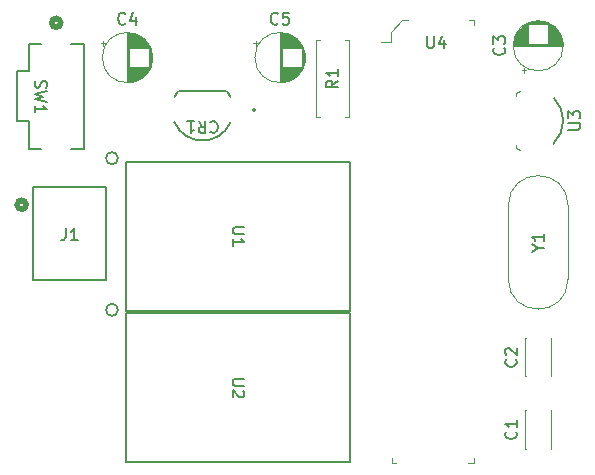
<source format=gbr>
%TF.GenerationSoftware,KiCad,Pcbnew,8.0.4*%
%TF.CreationDate,2024-08-29T11:58:41-05:00*%
%TF.ProjectId,thermometer,74686572-6d6f-46d6-9574-65722e6b6963,rev?*%
%TF.SameCoordinates,Original*%
%TF.FileFunction,Legend,Top*%
%TF.FilePolarity,Positive*%
%FSLAX46Y46*%
G04 Gerber Fmt 4.6, Leading zero omitted, Abs format (unit mm)*
G04 Created by KiCad (PCBNEW 8.0.4) date 2024-08-29 11:58:41*
%MOMM*%
%LPD*%
G01*
G04 APERTURE LIST*
%ADD10C,0.150000*%
%ADD11C,0.152400*%
%ADD12C,0.120000*%
%ADD13C,0.508000*%
%ADD14C,0.100000*%
%ADD15C,0.200000*%
G04 APERTURE END LIST*
D10*
X153346066Y-85492419D02*
X153393685Y-85444800D01*
X153393685Y-85444800D02*
X153536542Y-85397180D01*
X153536542Y-85397180D02*
X153631780Y-85397180D01*
X153631780Y-85397180D02*
X153774637Y-85444800D01*
X153774637Y-85444800D02*
X153869875Y-85540038D01*
X153869875Y-85540038D02*
X153917494Y-85635276D01*
X153917494Y-85635276D02*
X153965113Y-85825752D01*
X153965113Y-85825752D02*
X153965113Y-85968609D01*
X153965113Y-85968609D02*
X153917494Y-86159085D01*
X153917494Y-86159085D02*
X153869875Y-86254323D01*
X153869875Y-86254323D02*
X153774637Y-86349561D01*
X153774637Y-86349561D02*
X153631780Y-86397180D01*
X153631780Y-86397180D02*
X153536542Y-86397180D01*
X153536542Y-86397180D02*
X153393685Y-86349561D01*
X153393685Y-86349561D02*
X153346066Y-86301942D01*
X152346066Y-85397180D02*
X152679399Y-85873371D01*
X152917494Y-85397180D02*
X152917494Y-86397180D01*
X152917494Y-86397180D02*
X152536542Y-86397180D01*
X152536542Y-86397180D02*
X152441304Y-86349561D01*
X152441304Y-86349561D02*
X152393685Y-86301942D01*
X152393685Y-86301942D02*
X152346066Y-86206704D01*
X152346066Y-86206704D02*
X152346066Y-86063847D01*
X152346066Y-86063847D02*
X152393685Y-85968609D01*
X152393685Y-85968609D02*
X152441304Y-85920990D01*
X152441304Y-85920990D02*
X152536542Y-85873371D01*
X152536542Y-85873371D02*
X152917494Y-85873371D01*
X151393685Y-85397180D02*
X151965113Y-85397180D01*
X151679399Y-85397180D02*
X151679399Y-86397180D01*
X151679399Y-86397180D02*
X151774637Y-86254323D01*
X151774637Y-86254323D02*
X151869875Y-86159085D01*
X151869875Y-86159085D02*
X151965113Y-86111466D01*
X181080628Y-96124190D02*
X181556819Y-96124190D01*
X180556819Y-96457523D02*
X181080628Y-96124190D01*
X181080628Y-96124190D02*
X180556819Y-95790857D01*
X181556819Y-94933714D02*
X181556819Y-95505142D01*
X181556819Y-95219428D02*
X180556819Y-95219428D01*
X180556819Y-95219428D02*
X180699676Y-95314666D01*
X180699676Y-95314666D02*
X180794914Y-95409904D01*
X180794914Y-95409904D02*
X180842533Y-95505142D01*
X141101866Y-94465419D02*
X141101866Y-95179704D01*
X141101866Y-95179704D02*
X141054247Y-95322561D01*
X141054247Y-95322561D02*
X140959009Y-95417800D01*
X140959009Y-95417800D02*
X140816152Y-95465419D01*
X140816152Y-95465419D02*
X140720914Y-95465419D01*
X142101866Y-95465419D02*
X141530438Y-95465419D01*
X141816152Y-95465419D02*
X141816152Y-94465419D01*
X141816152Y-94465419D02*
X141720914Y-94608276D01*
X141720914Y-94608276D02*
X141625676Y-94703514D01*
X141625676Y-94703514D02*
X141530438Y-94751133D01*
X146153333Y-77119580D02*
X146105714Y-77167200D01*
X146105714Y-77167200D02*
X145962857Y-77214819D01*
X145962857Y-77214819D02*
X145867619Y-77214819D01*
X145867619Y-77214819D02*
X145724762Y-77167200D01*
X145724762Y-77167200D02*
X145629524Y-77071961D01*
X145629524Y-77071961D02*
X145581905Y-76976723D01*
X145581905Y-76976723D02*
X145534286Y-76786247D01*
X145534286Y-76786247D02*
X145534286Y-76643390D01*
X145534286Y-76643390D02*
X145581905Y-76452914D01*
X145581905Y-76452914D02*
X145629524Y-76357676D01*
X145629524Y-76357676D02*
X145724762Y-76262438D01*
X145724762Y-76262438D02*
X145867619Y-76214819D01*
X145867619Y-76214819D02*
X145962857Y-76214819D01*
X145962857Y-76214819D02*
X146105714Y-76262438D01*
X146105714Y-76262438D02*
X146153333Y-76310057D01*
X147010476Y-76548152D02*
X147010476Y-77214819D01*
X146772381Y-76167200D02*
X146534286Y-76881485D01*
X146534286Y-76881485D02*
X147153333Y-76881485D01*
X171690095Y-78194819D02*
X171690095Y-79004342D01*
X171690095Y-79004342D02*
X171737714Y-79099580D01*
X171737714Y-79099580D02*
X171785333Y-79147200D01*
X171785333Y-79147200D02*
X171880571Y-79194819D01*
X171880571Y-79194819D02*
X172071047Y-79194819D01*
X172071047Y-79194819D02*
X172166285Y-79147200D01*
X172166285Y-79147200D02*
X172213904Y-79099580D01*
X172213904Y-79099580D02*
X172261523Y-79004342D01*
X172261523Y-79004342D02*
X172261523Y-78194819D01*
X173166285Y-78528152D02*
X173166285Y-79194819D01*
X172928190Y-78147200D02*
X172690095Y-78861485D01*
X172690095Y-78861485D02*
X173309142Y-78861485D01*
X183652819Y-86105904D02*
X184462342Y-86105904D01*
X184462342Y-86105904D02*
X184557580Y-86058285D01*
X184557580Y-86058285D02*
X184605200Y-86010666D01*
X184605200Y-86010666D02*
X184652819Y-85915428D01*
X184652819Y-85915428D02*
X184652819Y-85724952D01*
X184652819Y-85724952D02*
X184605200Y-85629714D01*
X184605200Y-85629714D02*
X184557580Y-85582095D01*
X184557580Y-85582095D02*
X184462342Y-85534476D01*
X184462342Y-85534476D02*
X183652819Y-85534476D01*
X183652819Y-85153523D02*
X183652819Y-84534476D01*
X183652819Y-84534476D02*
X184033771Y-84867809D01*
X184033771Y-84867809D02*
X184033771Y-84724952D01*
X184033771Y-84724952D02*
X184081390Y-84629714D01*
X184081390Y-84629714D02*
X184129009Y-84582095D01*
X184129009Y-84582095D02*
X184224247Y-84534476D01*
X184224247Y-84534476D02*
X184462342Y-84534476D01*
X184462342Y-84534476D02*
X184557580Y-84582095D01*
X184557580Y-84582095D02*
X184605200Y-84629714D01*
X184605200Y-84629714D02*
X184652819Y-84724952D01*
X184652819Y-84724952D02*
X184652819Y-85010666D01*
X184652819Y-85010666D02*
X184605200Y-85105904D01*
X184605200Y-85105904D02*
X184557580Y-85153523D01*
X159075333Y-77119580D02*
X159027714Y-77167200D01*
X159027714Y-77167200D02*
X158884857Y-77214819D01*
X158884857Y-77214819D02*
X158789619Y-77214819D01*
X158789619Y-77214819D02*
X158646762Y-77167200D01*
X158646762Y-77167200D02*
X158551524Y-77071961D01*
X158551524Y-77071961D02*
X158503905Y-76976723D01*
X158503905Y-76976723D02*
X158456286Y-76786247D01*
X158456286Y-76786247D02*
X158456286Y-76643390D01*
X158456286Y-76643390D02*
X158503905Y-76452914D01*
X158503905Y-76452914D02*
X158551524Y-76357676D01*
X158551524Y-76357676D02*
X158646762Y-76262438D01*
X158646762Y-76262438D02*
X158789619Y-76214819D01*
X158789619Y-76214819D02*
X158884857Y-76214819D01*
X158884857Y-76214819D02*
X159027714Y-76262438D01*
X159027714Y-76262438D02*
X159075333Y-76310057D01*
X159980095Y-76214819D02*
X159503905Y-76214819D01*
X159503905Y-76214819D02*
X159456286Y-76691009D01*
X159456286Y-76691009D02*
X159503905Y-76643390D01*
X159503905Y-76643390D02*
X159599143Y-76595771D01*
X159599143Y-76595771D02*
X159837238Y-76595771D01*
X159837238Y-76595771D02*
X159932476Y-76643390D01*
X159932476Y-76643390D02*
X159980095Y-76691009D01*
X159980095Y-76691009D02*
X160027714Y-76786247D01*
X160027714Y-76786247D02*
X160027714Y-77024342D01*
X160027714Y-77024342D02*
X159980095Y-77119580D01*
X159980095Y-77119580D02*
X159932476Y-77167200D01*
X159932476Y-77167200D02*
X159837238Y-77214819D01*
X159837238Y-77214819D02*
X159599143Y-77214819D01*
X159599143Y-77214819D02*
X159503905Y-77167200D01*
X159503905Y-77167200D02*
X159456286Y-77119580D01*
X138530800Y-81978667D02*
X138483180Y-82121524D01*
X138483180Y-82121524D02*
X138483180Y-82359619D01*
X138483180Y-82359619D02*
X138530800Y-82454857D01*
X138530800Y-82454857D02*
X138578419Y-82502476D01*
X138578419Y-82502476D02*
X138673657Y-82550095D01*
X138673657Y-82550095D02*
X138768895Y-82550095D01*
X138768895Y-82550095D02*
X138864133Y-82502476D01*
X138864133Y-82502476D02*
X138911752Y-82454857D01*
X138911752Y-82454857D02*
X138959371Y-82359619D01*
X138959371Y-82359619D02*
X139006990Y-82169143D01*
X139006990Y-82169143D02*
X139054609Y-82073905D01*
X139054609Y-82073905D02*
X139102228Y-82026286D01*
X139102228Y-82026286D02*
X139197466Y-81978667D01*
X139197466Y-81978667D02*
X139292704Y-81978667D01*
X139292704Y-81978667D02*
X139387942Y-82026286D01*
X139387942Y-82026286D02*
X139435561Y-82073905D01*
X139435561Y-82073905D02*
X139483180Y-82169143D01*
X139483180Y-82169143D02*
X139483180Y-82407238D01*
X139483180Y-82407238D02*
X139435561Y-82550095D01*
X139483180Y-82883429D02*
X138483180Y-83121524D01*
X138483180Y-83121524D02*
X139197466Y-83312000D01*
X139197466Y-83312000D02*
X138483180Y-83502476D01*
X138483180Y-83502476D02*
X139483180Y-83740572D01*
X138483180Y-84645333D02*
X138483180Y-84073905D01*
X138483180Y-84359619D02*
X139483180Y-84359619D01*
X139483180Y-84359619D02*
X139340323Y-84264381D01*
X139340323Y-84264381D02*
X139245085Y-84169143D01*
X139245085Y-84169143D02*
X139197466Y-84073905D01*
X156227180Y-94374095D02*
X155417657Y-94374095D01*
X155417657Y-94374095D02*
X155322419Y-94421714D01*
X155322419Y-94421714D02*
X155274800Y-94469333D01*
X155274800Y-94469333D02*
X155227180Y-94564571D01*
X155227180Y-94564571D02*
X155227180Y-94755047D01*
X155227180Y-94755047D02*
X155274800Y-94850285D01*
X155274800Y-94850285D02*
X155322419Y-94897904D01*
X155322419Y-94897904D02*
X155417657Y-94945523D01*
X155417657Y-94945523D02*
X156227180Y-94945523D01*
X155227180Y-95945523D02*
X155227180Y-95374095D01*
X155227180Y-95659809D02*
X156227180Y-95659809D01*
X156227180Y-95659809D02*
X156084323Y-95564571D01*
X156084323Y-95564571D02*
X155989085Y-95469333D01*
X155989085Y-95469333D02*
X155941466Y-95374095D01*
X164156819Y-81972666D02*
X163680628Y-82305999D01*
X164156819Y-82544094D02*
X163156819Y-82544094D01*
X163156819Y-82544094D02*
X163156819Y-82163142D01*
X163156819Y-82163142D02*
X163204438Y-82067904D01*
X163204438Y-82067904D02*
X163252057Y-82020285D01*
X163252057Y-82020285D02*
X163347295Y-81972666D01*
X163347295Y-81972666D02*
X163490152Y-81972666D01*
X163490152Y-81972666D02*
X163585390Y-82020285D01*
X163585390Y-82020285D02*
X163633009Y-82067904D01*
X163633009Y-82067904D02*
X163680628Y-82163142D01*
X163680628Y-82163142D02*
X163680628Y-82544094D01*
X164156819Y-81020285D02*
X164156819Y-81591713D01*
X164156819Y-81305999D02*
X163156819Y-81305999D01*
X163156819Y-81305999D02*
X163299676Y-81401237D01*
X163299676Y-81401237D02*
X163394914Y-81496475D01*
X163394914Y-81496475D02*
X163442533Y-81591713D01*
X179211580Y-105556666D02*
X179259200Y-105604285D01*
X179259200Y-105604285D02*
X179306819Y-105747142D01*
X179306819Y-105747142D02*
X179306819Y-105842380D01*
X179306819Y-105842380D02*
X179259200Y-105985237D01*
X179259200Y-105985237D02*
X179163961Y-106080475D01*
X179163961Y-106080475D02*
X179068723Y-106128094D01*
X179068723Y-106128094D02*
X178878247Y-106175713D01*
X178878247Y-106175713D02*
X178735390Y-106175713D01*
X178735390Y-106175713D02*
X178544914Y-106128094D01*
X178544914Y-106128094D02*
X178449676Y-106080475D01*
X178449676Y-106080475D02*
X178354438Y-105985237D01*
X178354438Y-105985237D02*
X178306819Y-105842380D01*
X178306819Y-105842380D02*
X178306819Y-105747142D01*
X178306819Y-105747142D02*
X178354438Y-105604285D01*
X178354438Y-105604285D02*
X178402057Y-105556666D01*
X178402057Y-105175713D02*
X178354438Y-105128094D01*
X178354438Y-105128094D02*
X178306819Y-105032856D01*
X178306819Y-105032856D02*
X178306819Y-104794761D01*
X178306819Y-104794761D02*
X178354438Y-104699523D01*
X178354438Y-104699523D02*
X178402057Y-104651904D01*
X178402057Y-104651904D02*
X178497295Y-104604285D01*
X178497295Y-104604285D02*
X178592533Y-104604285D01*
X178592533Y-104604285D02*
X178735390Y-104651904D01*
X178735390Y-104651904D02*
X179306819Y-105223332D01*
X179306819Y-105223332D02*
X179306819Y-104604285D01*
X179211580Y-111672666D02*
X179259200Y-111720285D01*
X179259200Y-111720285D02*
X179306819Y-111863142D01*
X179306819Y-111863142D02*
X179306819Y-111958380D01*
X179306819Y-111958380D02*
X179259200Y-112101237D01*
X179259200Y-112101237D02*
X179163961Y-112196475D01*
X179163961Y-112196475D02*
X179068723Y-112244094D01*
X179068723Y-112244094D02*
X178878247Y-112291713D01*
X178878247Y-112291713D02*
X178735390Y-112291713D01*
X178735390Y-112291713D02*
X178544914Y-112244094D01*
X178544914Y-112244094D02*
X178449676Y-112196475D01*
X178449676Y-112196475D02*
X178354438Y-112101237D01*
X178354438Y-112101237D02*
X178306819Y-111958380D01*
X178306819Y-111958380D02*
X178306819Y-111863142D01*
X178306819Y-111863142D02*
X178354438Y-111720285D01*
X178354438Y-111720285D02*
X178402057Y-111672666D01*
X179306819Y-110720285D02*
X179306819Y-111291713D01*
X179306819Y-111005999D02*
X178306819Y-111005999D01*
X178306819Y-111005999D02*
X178449676Y-111101237D01*
X178449676Y-111101237D02*
X178544914Y-111196475D01*
X178544914Y-111196475D02*
X178592533Y-111291713D01*
X178211580Y-79176666D02*
X178259200Y-79224285D01*
X178259200Y-79224285D02*
X178306819Y-79367142D01*
X178306819Y-79367142D02*
X178306819Y-79462380D01*
X178306819Y-79462380D02*
X178259200Y-79605237D01*
X178259200Y-79605237D02*
X178163961Y-79700475D01*
X178163961Y-79700475D02*
X178068723Y-79748094D01*
X178068723Y-79748094D02*
X177878247Y-79795713D01*
X177878247Y-79795713D02*
X177735390Y-79795713D01*
X177735390Y-79795713D02*
X177544914Y-79748094D01*
X177544914Y-79748094D02*
X177449676Y-79700475D01*
X177449676Y-79700475D02*
X177354438Y-79605237D01*
X177354438Y-79605237D02*
X177306819Y-79462380D01*
X177306819Y-79462380D02*
X177306819Y-79367142D01*
X177306819Y-79367142D02*
X177354438Y-79224285D01*
X177354438Y-79224285D02*
X177402057Y-79176666D01*
X177306819Y-78843332D02*
X177306819Y-78224285D01*
X177306819Y-78224285D02*
X177687771Y-78557618D01*
X177687771Y-78557618D02*
X177687771Y-78414761D01*
X177687771Y-78414761D02*
X177735390Y-78319523D01*
X177735390Y-78319523D02*
X177783009Y-78271904D01*
X177783009Y-78271904D02*
X177878247Y-78224285D01*
X177878247Y-78224285D02*
X178116342Y-78224285D01*
X178116342Y-78224285D02*
X178211580Y-78271904D01*
X178211580Y-78271904D02*
X178259200Y-78319523D01*
X178259200Y-78319523D02*
X178306819Y-78414761D01*
X178306819Y-78414761D02*
X178306819Y-78700475D01*
X178306819Y-78700475D02*
X178259200Y-78795713D01*
X178259200Y-78795713D02*
X178211580Y-78843332D01*
X156227180Y-107218095D02*
X155417657Y-107218095D01*
X155417657Y-107218095D02*
X155322419Y-107265714D01*
X155322419Y-107265714D02*
X155274800Y-107313333D01*
X155274800Y-107313333D02*
X155227180Y-107408571D01*
X155227180Y-107408571D02*
X155227180Y-107599047D01*
X155227180Y-107599047D02*
X155274800Y-107694285D01*
X155274800Y-107694285D02*
X155322419Y-107741904D01*
X155322419Y-107741904D02*
X155417657Y-107789523D01*
X155417657Y-107789523D02*
X156227180Y-107789523D01*
X156131942Y-108218095D02*
X156179561Y-108265714D01*
X156179561Y-108265714D02*
X156227180Y-108360952D01*
X156227180Y-108360952D02*
X156227180Y-108599047D01*
X156227180Y-108599047D02*
X156179561Y-108694285D01*
X156179561Y-108694285D02*
X156131942Y-108741904D01*
X156131942Y-108741904D02*
X156036704Y-108789523D01*
X156036704Y-108789523D02*
X155941466Y-108789523D01*
X155941466Y-108789523D02*
X155798609Y-108741904D01*
X155798609Y-108741904D02*
X155227180Y-108170476D01*
X155227180Y-108170476D02*
X155227180Y-108789523D01*
D11*
%TO.C,CR1*%
X154679398Y-82842100D02*
X150679402Y-82842100D01*
X150305581Y-83360397D02*
G75*
G02*
X150576836Y-82894202I2373319J-1068903D01*
G01*
X154781963Y-82894203D02*
G75*
G02*
X155047396Y-83347561I-2102563J-1535397D01*
G01*
X155047396Y-85511639D02*
G75*
G02*
X150305581Y-85498803I-2367996J1082039D01*
G01*
X157187900Y-84429600D02*
G75*
G02*
X156933900Y-84429600I-127000J0D01*
G01*
X156933900Y-84429600D02*
G75*
G02*
X157187900Y-84429600I127000J0D01*
G01*
D12*
%TO.C,Y1*%
X178577000Y-98783000D02*
X178577000Y-92533000D01*
X183627000Y-98783000D02*
X183627000Y-92533000D01*
X178577000Y-92533000D02*
G75*
G02*
X183627000Y-92533000I2525000J0D01*
G01*
X183627000Y-98783000D02*
G75*
G02*
X178577000Y-98783000I-2525000J0D01*
G01*
D11*
%TO.C,J1*%
X138345800Y-90993600D02*
X138345800Y-98842200D01*
X138345800Y-98842200D02*
X144492600Y-98842200D01*
X144492600Y-90993600D02*
X138345800Y-90993600D01*
X144492600Y-98842200D02*
X144492600Y-90993600D01*
D13*
X137752200Y-92470600D02*
G75*
G02*
X136990200Y-92470600I-381000J0D01*
G01*
X136990200Y-92470600D02*
G75*
G02*
X137752200Y-92470600I381000J0D01*
G01*
D12*
%TO.C,C4*%
X144050199Y-78815000D02*
X144450199Y-78815000D01*
X144250199Y-78615000D02*
X144250199Y-79015000D01*
X146320000Y-77930000D02*
X146320000Y-82090000D01*
X146360000Y-77930000D02*
X146360000Y-82090000D01*
X146400000Y-77931000D02*
X146400000Y-82089000D01*
X146440000Y-77933000D02*
X146440000Y-82087000D01*
X146480000Y-77936000D02*
X146480000Y-82084000D01*
X146520000Y-77939000D02*
X146520000Y-79170000D01*
X146520000Y-80850000D02*
X146520000Y-82081000D01*
X146560000Y-77943000D02*
X146560000Y-79170000D01*
X146560000Y-80850000D02*
X146560000Y-82077000D01*
X146600000Y-77948000D02*
X146600000Y-79170000D01*
X146600000Y-80850000D02*
X146600000Y-82072000D01*
X146640000Y-77954000D02*
X146640000Y-79170000D01*
X146640000Y-80850000D02*
X146640000Y-82066000D01*
X146680000Y-77960000D02*
X146680000Y-79170000D01*
X146680000Y-80850000D02*
X146680000Y-82060000D01*
X146720000Y-77968000D02*
X146720000Y-79170000D01*
X146720000Y-80850000D02*
X146720000Y-82052000D01*
X146760000Y-77976000D02*
X146760000Y-79170000D01*
X146760000Y-80850000D02*
X146760000Y-82044000D01*
X146800000Y-77985000D02*
X146800000Y-79170000D01*
X146800000Y-80850000D02*
X146800000Y-82035000D01*
X146840000Y-77994000D02*
X146840000Y-79170000D01*
X146840000Y-80850000D02*
X146840000Y-82026000D01*
X146880000Y-78005000D02*
X146880000Y-79170000D01*
X146880000Y-80850000D02*
X146880000Y-82015000D01*
X146920000Y-78016000D02*
X146920000Y-79170000D01*
X146920000Y-80850000D02*
X146920000Y-82004000D01*
X146960000Y-78028000D02*
X146960000Y-79170000D01*
X146960000Y-80850000D02*
X146960000Y-81992000D01*
X147000000Y-78042000D02*
X147000000Y-79170000D01*
X147000000Y-80850000D02*
X147000000Y-81978000D01*
X147041000Y-78056000D02*
X147041000Y-79170000D01*
X147041000Y-80850000D02*
X147041000Y-81964000D01*
X147081000Y-78070000D02*
X147081000Y-79170000D01*
X147081000Y-80850000D02*
X147081000Y-81950000D01*
X147121000Y-78086000D02*
X147121000Y-79170000D01*
X147121000Y-80850000D02*
X147121000Y-81934000D01*
X147161000Y-78103000D02*
X147161000Y-79170000D01*
X147161000Y-80850000D02*
X147161000Y-81917000D01*
X147201000Y-78121000D02*
X147201000Y-79170000D01*
X147201000Y-80850000D02*
X147201000Y-81899000D01*
X147241000Y-78140000D02*
X147241000Y-79170000D01*
X147241000Y-80850000D02*
X147241000Y-81880000D01*
X147281000Y-78159000D02*
X147281000Y-79170000D01*
X147281000Y-80850000D02*
X147281000Y-81861000D01*
X147321000Y-78180000D02*
X147321000Y-79170000D01*
X147321000Y-80850000D02*
X147321000Y-81840000D01*
X147361000Y-78202000D02*
X147361000Y-79170000D01*
X147361000Y-80850000D02*
X147361000Y-81818000D01*
X147401000Y-78225000D02*
X147401000Y-79170000D01*
X147401000Y-80850000D02*
X147401000Y-81795000D01*
X147441000Y-78250000D02*
X147441000Y-79170000D01*
X147441000Y-80850000D02*
X147441000Y-81770000D01*
X147481000Y-78275000D02*
X147481000Y-79170000D01*
X147481000Y-80850000D02*
X147481000Y-81745000D01*
X147521000Y-78302000D02*
X147521000Y-79170000D01*
X147521000Y-80850000D02*
X147521000Y-81718000D01*
X147561000Y-78330000D02*
X147561000Y-79170000D01*
X147561000Y-80850000D02*
X147561000Y-81690000D01*
X147601000Y-78360000D02*
X147601000Y-79170000D01*
X147601000Y-80850000D02*
X147601000Y-81660000D01*
X147641000Y-78391000D02*
X147641000Y-79170000D01*
X147641000Y-80850000D02*
X147641000Y-81629000D01*
X147681000Y-78423000D02*
X147681000Y-79170000D01*
X147681000Y-80850000D02*
X147681000Y-81597000D01*
X147721000Y-78458000D02*
X147721000Y-79170000D01*
X147721000Y-80850000D02*
X147721000Y-81562000D01*
X147761000Y-78494000D02*
X147761000Y-79170000D01*
X147761000Y-80850000D02*
X147761000Y-81526000D01*
X147801000Y-78532000D02*
X147801000Y-79170000D01*
X147801000Y-80850000D02*
X147801000Y-81488000D01*
X147841000Y-78572000D02*
X147841000Y-79170000D01*
X147841000Y-80850000D02*
X147841000Y-81448000D01*
X147881000Y-78614000D02*
X147881000Y-79170000D01*
X147881000Y-80850000D02*
X147881000Y-81406000D01*
X147921000Y-78659000D02*
X147921000Y-79170000D01*
X147921000Y-80850000D02*
X147921000Y-81361000D01*
X147961000Y-78706000D02*
X147961000Y-79170000D01*
X147961000Y-80850000D02*
X147961000Y-81314000D01*
X148001000Y-78756000D02*
X148001000Y-79170000D01*
X148001000Y-80850000D02*
X148001000Y-81264000D01*
X148041000Y-78810000D02*
X148041000Y-79170000D01*
X148041000Y-80850000D02*
X148041000Y-81210000D01*
X148081000Y-78868000D02*
X148081000Y-79170000D01*
X148081000Y-80850000D02*
X148081000Y-81152000D01*
X148121000Y-78930000D02*
X148121000Y-79170000D01*
X148121000Y-80850000D02*
X148121000Y-81090000D01*
X148161000Y-78997000D02*
X148161000Y-81023000D01*
X148201000Y-79070000D02*
X148201000Y-80950000D01*
X148241000Y-79151000D02*
X148241000Y-80869000D01*
X148281000Y-79242000D02*
X148281000Y-80778000D01*
X148321000Y-79346000D02*
X148321000Y-80674000D01*
X148361000Y-79473000D02*
X148361000Y-80547000D01*
X148401000Y-79640000D02*
X148401000Y-80380000D01*
X148440000Y-80010000D02*
G75*
G02*
X144200000Y-80010000I-2120000J0D01*
G01*
X144200000Y-80010000D02*
G75*
G02*
X148440000Y-80010000I2120000J0D01*
G01*
D14*
%TO.C,U4*%
X168602000Y-77856000D02*
X168602000Y-78656000D01*
X168602000Y-78656000D02*
X167802000Y-78656000D01*
X168702000Y-113946000D02*
X168702000Y-114346000D01*
X168702000Y-114346000D02*
X169102000Y-114346000D01*
X169602000Y-76856000D02*
X168602000Y-77856000D01*
X170102000Y-76856000D02*
X169602000Y-76856000D01*
X175682000Y-76856000D02*
X175282000Y-76856000D01*
X175682000Y-77256000D02*
X175682000Y-76856000D01*
X175702000Y-113946000D02*
X175702000Y-114346000D01*
X175702000Y-114346000D02*
X175202000Y-114346000D01*
%TO.C,U3*%
X179248000Y-82994000D02*
X179548000Y-82844000D01*
X179248000Y-83294000D02*
X179248000Y-82994000D01*
X179248000Y-87694000D02*
X179248000Y-87394000D01*
X179248000Y-87694000D02*
X179548000Y-87844000D01*
D10*
X182448000Y-83444000D02*
G75*
G02*
X182398000Y-87294000I-1950000J-1900000D01*
G01*
D12*
%TO.C,C5*%
X156972199Y-78815000D02*
X157372199Y-78815000D01*
X157172199Y-78615000D02*
X157172199Y-79015000D01*
X159242000Y-77930000D02*
X159242000Y-82090000D01*
X159282000Y-77930000D02*
X159282000Y-82090000D01*
X159322000Y-77931000D02*
X159322000Y-82089000D01*
X159362000Y-77933000D02*
X159362000Y-82087000D01*
X159402000Y-77936000D02*
X159402000Y-82084000D01*
X159442000Y-77939000D02*
X159442000Y-79170000D01*
X159442000Y-80850000D02*
X159442000Y-82081000D01*
X159482000Y-77943000D02*
X159482000Y-79170000D01*
X159482000Y-80850000D02*
X159482000Y-82077000D01*
X159522000Y-77948000D02*
X159522000Y-79170000D01*
X159522000Y-80850000D02*
X159522000Y-82072000D01*
X159562000Y-77954000D02*
X159562000Y-79170000D01*
X159562000Y-80850000D02*
X159562000Y-82066000D01*
X159602000Y-77960000D02*
X159602000Y-79170000D01*
X159602000Y-80850000D02*
X159602000Y-82060000D01*
X159642000Y-77968000D02*
X159642000Y-79170000D01*
X159642000Y-80850000D02*
X159642000Y-82052000D01*
X159682000Y-77976000D02*
X159682000Y-79170000D01*
X159682000Y-80850000D02*
X159682000Y-82044000D01*
X159722000Y-77985000D02*
X159722000Y-79170000D01*
X159722000Y-80850000D02*
X159722000Y-82035000D01*
X159762000Y-77994000D02*
X159762000Y-79170000D01*
X159762000Y-80850000D02*
X159762000Y-82026000D01*
X159802000Y-78005000D02*
X159802000Y-79170000D01*
X159802000Y-80850000D02*
X159802000Y-82015000D01*
X159842000Y-78016000D02*
X159842000Y-79170000D01*
X159842000Y-80850000D02*
X159842000Y-82004000D01*
X159882000Y-78028000D02*
X159882000Y-79170000D01*
X159882000Y-80850000D02*
X159882000Y-81992000D01*
X159922000Y-78042000D02*
X159922000Y-79170000D01*
X159922000Y-80850000D02*
X159922000Y-81978000D01*
X159963000Y-78056000D02*
X159963000Y-79170000D01*
X159963000Y-80850000D02*
X159963000Y-81964000D01*
X160003000Y-78070000D02*
X160003000Y-79170000D01*
X160003000Y-80850000D02*
X160003000Y-81950000D01*
X160043000Y-78086000D02*
X160043000Y-79170000D01*
X160043000Y-80850000D02*
X160043000Y-81934000D01*
X160083000Y-78103000D02*
X160083000Y-79170000D01*
X160083000Y-80850000D02*
X160083000Y-81917000D01*
X160123000Y-78121000D02*
X160123000Y-79170000D01*
X160123000Y-80850000D02*
X160123000Y-81899000D01*
X160163000Y-78140000D02*
X160163000Y-79170000D01*
X160163000Y-80850000D02*
X160163000Y-81880000D01*
X160203000Y-78159000D02*
X160203000Y-79170000D01*
X160203000Y-80850000D02*
X160203000Y-81861000D01*
X160243000Y-78180000D02*
X160243000Y-79170000D01*
X160243000Y-80850000D02*
X160243000Y-81840000D01*
X160283000Y-78202000D02*
X160283000Y-79170000D01*
X160283000Y-80850000D02*
X160283000Y-81818000D01*
X160323000Y-78225000D02*
X160323000Y-79170000D01*
X160323000Y-80850000D02*
X160323000Y-81795000D01*
X160363000Y-78250000D02*
X160363000Y-79170000D01*
X160363000Y-80850000D02*
X160363000Y-81770000D01*
X160403000Y-78275000D02*
X160403000Y-79170000D01*
X160403000Y-80850000D02*
X160403000Y-81745000D01*
X160443000Y-78302000D02*
X160443000Y-79170000D01*
X160443000Y-80850000D02*
X160443000Y-81718000D01*
X160483000Y-78330000D02*
X160483000Y-79170000D01*
X160483000Y-80850000D02*
X160483000Y-81690000D01*
X160523000Y-78360000D02*
X160523000Y-79170000D01*
X160523000Y-80850000D02*
X160523000Y-81660000D01*
X160563000Y-78391000D02*
X160563000Y-79170000D01*
X160563000Y-80850000D02*
X160563000Y-81629000D01*
X160603000Y-78423000D02*
X160603000Y-79170000D01*
X160603000Y-80850000D02*
X160603000Y-81597000D01*
X160643000Y-78458000D02*
X160643000Y-79170000D01*
X160643000Y-80850000D02*
X160643000Y-81562000D01*
X160683000Y-78494000D02*
X160683000Y-79170000D01*
X160683000Y-80850000D02*
X160683000Y-81526000D01*
X160723000Y-78532000D02*
X160723000Y-79170000D01*
X160723000Y-80850000D02*
X160723000Y-81488000D01*
X160763000Y-78572000D02*
X160763000Y-79170000D01*
X160763000Y-80850000D02*
X160763000Y-81448000D01*
X160803000Y-78614000D02*
X160803000Y-79170000D01*
X160803000Y-80850000D02*
X160803000Y-81406000D01*
X160843000Y-78659000D02*
X160843000Y-79170000D01*
X160843000Y-80850000D02*
X160843000Y-81361000D01*
X160883000Y-78706000D02*
X160883000Y-79170000D01*
X160883000Y-80850000D02*
X160883000Y-81314000D01*
X160923000Y-78756000D02*
X160923000Y-79170000D01*
X160923000Y-80850000D02*
X160923000Y-81264000D01*
X160963000Y-78810000D02*
X160963000Y-79170000D01*
X160963000Y-80850000D02*
X160963000Y-81210000D01*
X161003000Y-78868000D02*
X161003000Y-79170000D01*
X161003000Y-80850000D02*
X161003000Y-81152000D01*
X161043000Y-78930000D02*
X161043000Y-79170000D01*
X161043000Y-80850000D02*
X161043000Y-81090000D01*
X161083000Y-78997000D02*
X161083000Y-81023000D01*
X161123000Y-79070000D02*
X161123000Y-80950000D01*
X161163000Y-79151000D02*
X161163000Y-80869000D01*
X161203000Y-79242000D02*
X161203000Y-80778000D01*
X161243000Y-79346000D02*
X161243000Y-80674000D01*
X161283000Y-79473000D02*
X161283000Y-80547000D01*
X161323000Y-79640000D02*
X161323000Y-80380000D01*
X161362000Y-80010000D02*
G75*
G02*
X157122000Y-80010000I-2120000J0D01*
G01*
X157122000Y-80010000D02*
G75*
G02*
X161362000Y-80010000I2120000J0D01*
G01*
D11*
%TO.C,SW1*%
X136977650Y-81148300D02*
X136977650Y-85415500D01*
X136977650Y-85415500D02*
X137965450Y-85415500D01*
X137965450Y-78849600D02*
X137965450Y-81148300D01*
X137965450Y-81148300D02*
X136977650Y-81148300D01*
X137965450Y-85415500D02*
X137965450Y-87714200D01*
X137965450Y-87714200D02*
X138995495Y-87714200D01*
X138995495Y-78849600D02*
X137965450Y-78849600D01*
X141583605Y-87714200D02*
X142613650Y-87714200D01*
X142613650Y-78849600D02*
X141583605Y-78849600D01*
X142613650Y-87714200D02*
X142613650Y-78849600D01*
D13*
X140670550Y-77071600D02*
G75*
G02*
X139908550Y-77071600I-381000J0D01*
G01*
X139908550Y-77071600D02*
G75*
G02*
X140670550Y-77071600I381000J0D01*
G01*
D15*
%TO.C,U1*%
X146182000Y-88836000D02*
X146182000Y-101436000D01*
X165182000Y-88836000D02*
X146182000Y-88836000D01*
X165182000Y-88836000D02*
X165182000Y-101436000D01*
X165182000Y-101436000D02*
X146182000Y-101436000D01*
X145522000Y-88532000D02*
G75*
G02*
X144506000Y-88532000I-508000J0D01*
G01*
X144506000Y-88532000D02*
G75*
G02*
X145522000Y-88532000I508000J0D01*
G01*
D12*
%TO.C,R1*%
X162332000Y-78536000D02*
X162662000Y-78536000D01*
X162332000Y-85076000D02*
X162332000Y-78536000D01*
X162662000Y-85076000D02*
X162332000Y-85076000D01*
X164742000Y-85076000D02*
X165072000Y-85076000D01*
X165072000Y-78536000D02*
X164742000Y-78536000D01*
X165072000Y-85076000D02*
X165072000Y-78536000D01*
%TO.C,C2*%
X179982000Y-103770000D02*
X180047000Y-103770000D01*
X179982000Y-107010000D02*
X179982000Y-103770000D01*
X179982000Y-107010000D02*
X180047000Y-107010000D01*
X182157000Y-103770000D02*
X182222000Y-103770000D01*
X182157000Y-107010000D02*
X182222000Y-107010000D01*
X182222000Y-107010000D02*
X182222000Y-103770000D01*
%TO.C,C1*%
X179982000Y-109886000D02*
X180047000Y-109886000D01*
X179982000Y-113126000D02*
X179982000Y-109886000D01*
X179982000Y-113126000D02*
X180047000Y-113126000D01*
X182157000Y-109886000D02*
X182222000Y-109886000D01*
X182157000Y-113126000D02*
X182222000Y-113126000D01*
X182222000Y-113126000D02*
X182222000Y-109886000D01*
%TO.C,C3*%
X179022000Y-78970000D02*
X183182000Y-78970000D01*
X179022000Y-79010000D02*
X183182000Y-79010000D01*
X179023000Y-78930000D02*
X183181000Y-78930000D01*
X179025000Y-78890000D02*
X183179000Y-78890000D01*
X179028000Y-78850000D02*
X183176000Y-78850000D01*
X179031000Y-78810000D02*
X180262000Y-78810000D01*
X179035000Y-78770000D02*
X180262000Y-78770000D01*
X179040000Y-78730000D02*
X180262000Y-78730000D01*
X179046000Y-78690000D02*
X180262000Y-78690000D01*
X179052000Y-78650000D02*
X180262000Y-78650000D01*
X179060000Y-78610000D02*
X180262000Y-78610000D01*
X179068000Y-78570000D02*
X180262000Y-78570000D01*
X179077000Y-78530000D02*
X180262000Y-78530000D01*
X179086000Y-78490000D02*
X180262000Y-78490000D01*
X179097000Y-78450000D02*
X180262000Y-78450000D01*
X179108000Y-78410000D02*
X180262000Y-78410000D01*
X179120000Y-78370000D02*
X180262000Y-78370000D01*
X179134000Y-78330000D02*
X180262000Y-78330000D01*
X179148000Y-78289000D02*
X180262000Y-78289000D01*
X179162000Y-78249000D02*
X180262000Y-78249000D01*
X179178000Y-78209000D02*
X180262000Y-78209000D01*
X179195000Y-78169000D02*
X180262000Y-78169000D01*
X179213000Y-78129000D02*
X180262000Y-78129000D01*
X179232000Y-78089000D02*
X180262000Y-78089000D01*
X179251000Y-78049000D02*
X180262000Y-78049000D01*
X179272000Y-78009000D02*
X180262000Y-78009000D01*
X179294000Y-77969000D02*
X180262000Y-77969000D01*
X179317000Y-77929000D02*
X180262000Y-77929000D01*
X179342000Y-77889000D02*
X180262000Y-77889000D01*
X179367000Y-77849000D02*
X180262000Y-77849000D01*
X179394000Y-77809000D02*
X180262000Y-77809000D01*
X179422000Y-77769000D02*
X180262000Y-77769000D01*
X179452000Y-77729000D02*
X180262000Y-77729000D01*
X179483000Y-77689000D02*
X180262000Y-77689000D01*
X179515000Y-77649000D02*
X180262000Y-77649000D01*
X179550000Y-77609000D02*
X180262000Y-77609000D01*
X179586000Y-77569000D02*
X180262000Y-77569000D01*
X179624000Y-77529000D02*
X180262000Y-77529000D01*
X179664000Y-77489000D02*
X180262000Y-77489000D01*
X179706000Y-77449000D02*
X180262000Y-77449000D01*
X179707000Y-81079801D02*
X180107000Y-81079801D01*
X179751000Y-77409000D02*
X180262000Y-77409000D01*
X179798000Y-77369000D02*
X180262000Y-77369000D01*
X179848000Y-77329000D02*
X180262000Y-77329000D01*
X179902000Y-77289000D02*
X180262000Y-77289000D01*
X179907000Y-81279801D02*
X179907000Y-80879801D01*
X179960000Y-77249000D02*
X180262000Y-77249000D01*
X180022000Y-77209000D02*
X180262000Y-77209000D01*
X180089000Y-77169000D02*
X182115000Y-77169000D01*
X180162000Y-77129000D02*
X182042000Y-77129000D01*
X180243000Y-77089000D02*
X181961000Y-77089000D01*
X180334000Y-77049000D02*
X181870000Y-77049000D01*
X180438000Y-77009000D02*
X181766000Y-77009000D01*
X180565000Y-76969000D02*
X181639000Y-76969000D01*
X180732000Y-76929000D02*
X181472000Y-76929000D01*
X181942000Y-77209000D02*
X182182000Y-77209000D01*
X181942000Y-77249000D02*
X182244000Y-77249000D01*
X181942000Y-77289000D02*
X182302000Y-77289000D01*
X181942000Y-77329000D02*
X182356000Y-77329000D01*
X181942000Y-77369000D02*
X182406000Y-77369000D01*
X181942000Y-77409000D02*
X182453000Y-77409000D01*
X181942000Y-77449000D02*
X182498000Y-77449000D01*
X181942000Y-77489000D02*
X182540000Y-77489000D01*
X181942000Y-77529000D02*
X182580000Y-77529000D01*
X181942000Y-77569000D02*
X182618000Y-77569000D01*
X181942000Y-77609000D02*
X182654000Y-77609000D01*
X181942000Y-77649000D02*
X182689000Y-77649000D01*
X181942000Y-77689000D02*
X182721000Y-77689000D01*
X181942000Y-77729000D02*
X182752000Y-77729000D01*
X181942000Y-77769000D02*
X182782000Y-77769000D01*
X181942000Y-77809000D02*
X182810000Y-77809000D01*
X181942000Y-77849000D02*
X182837000Y-77849000D01*
X181942000Y-77889000D02*
X182862000Y-77889000D01*
X181942000Y-77929000D02*
X182887000Y-77929000D01*
X181942000Y-77969000D02*
X182910000Y-77969000D01*
X181942000Y-78009000D02*
X182932000Y-78009000D01*
X181942000Y-78049000D02*
X182953000Y-78049000D01*
X181942000Y-78089000D02*
X182972000Y-78089000D01*
X181942000Y-78129000D02*
X182991000Y-78129000D01*
X181942000Y-78169000D02*
X183009000Y-78169000D01*
X181942000Y-78209000D02*
X183026000Y-78209000D01*
X181942000Y-78249000D02*
X183042000Y-78249000D01*
X181942000Y-78289000D02*
X183056000Y-78289000D01*
X181942000Y-78330000D02*
X183070000Y-78330000D01*
X181942000Y-78370000D02*
X183084000Y-78370000D01*
X181942000Y-78410000D02*
X183096000Y-78410000D01*
X181942000Y-78450000D02*
X183107000Y-78450000D01*
X181942000Y-78490000D02*
X183118000Y-78490000D01*
X181942000Y-78530000D02*
X183127000Y-78530000D01*
X181942000Y-78570000D02*
X183136000Y-78570000D01*
X181942000Y-78610000D02*
X183144000Y-78610000D01*
X181942000Y-78650000D02*
X183152000Y-78650000D01*
X181942000Y-78690000D02*
X183158000Y-78690000D01*
X181942000Y-78730000D02*
X183164000Y-78730000D01*
X181942000Y-78770000D02*
X183169000Y-78770000D01*
X181942000Y-78810000D02*
X183173000Y-78810000D01*
X183222000Y-79010000D02*
G75*
G02*
X178982000Y-79010000I-2120000J0D01*
G01*
X178982000Y-79010000D02*
G75*
G02*
X183222000Y-79010000I2120000J0D01*
G01*
D15*
%TO.C,U2*%
X146182000Y-101680000D02*
X146182000Y-114280000D01*
X165182000Y-101680000D02*
X146182000Y-101680000D01*
X165182000Y-101680000D02*
X165182000Y-114280000D01*
X165182000Y-114280000D02*
X146182000Y-114280000D01*
X145522000Y-101376000D02*
G75*
G02*
X144506000Y-101376000I-508000J0D01*
G01*
X144506000Y-101376000D02*
G75*
G02*
X145522000Y-101376000I508000J0D01*
G01*
%TD*%
M02*

</source>
